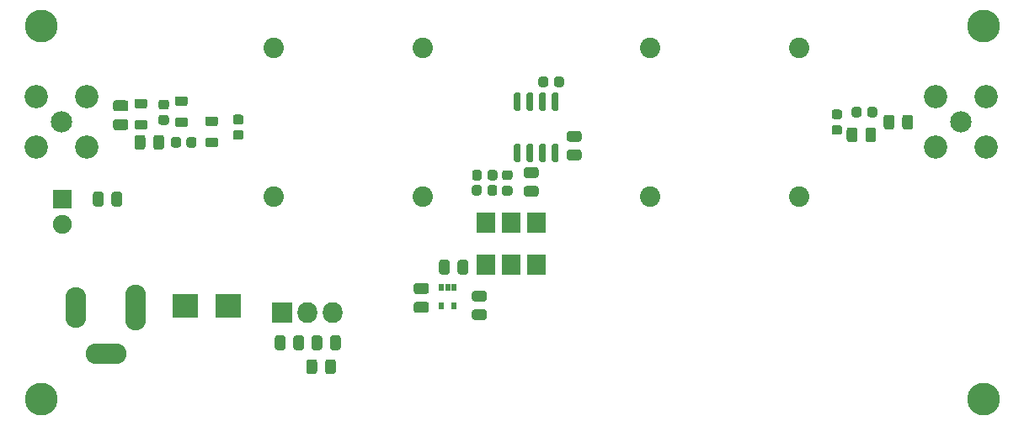
<source format=gts>
G04 #@! TF.GenerationSoftware,KiCad,Pcbnew,5.1.6-c6e7f7d~87~ubuntu19.10.1*
G04 #@! TF.CreationDate,2021-08-02T21:19:55-04:00*
G04 #@! TF.ProjectId,upconverter,7570636f-6e76-4657-9274-65722e6b6963,rev?*
G04 #@! TF.SameCoordinates,Original*
G04 #@! TF.FileFunction,Soldermask,Top*
G04 #@! TF.FilePolarity,Negative*
%FSLAX46Y46*%
G04 Gerber Fmt 4.6, Leading zero omitted, Abs format (unit mm)*
G04 Created by KiCad (PCBNEW 5.1.6-c6e7f7d~87~ubuntu19.10.1) date 2021-08-02 21:19:55*
%MOMM*%
%LPD*%
G01*
G04 APERTURE LIST*
%ADD10C,3.300000*%
%ADD11C,2.050000*%
%ADD12C,2.350000*%
%ADD13C,2.150000*%
%ADD14R,2.600000X2.400000*%
%ADD15R,1.900000X1.900000*%
%ADD16C,1.900000*%
%ADD17O,2.100000X4.600000*%
%ADD18O,2.100000X4.100000*%
%ADD19O,4.100000X2.100000*%
%ADD20R,2.005000X2.100000*%
%ADD21O,2.005000X2.100000*%
%ADD22R,0.500000X0.750000*%
%ADD23R,1.900000X2.100000*%
G04 APERTURE END LIST*
D10*
X139700000Y-104140000D03*
X44958000Y-104140000D03*
X139700000Y-66548000D03*
X44958000Y-66548000D03*
G36*
G01*
X83685000Y-93514000D02*
X82685000Y-93514000D01*
G75*
G02*
X82410000Y-93239000I0J275000D01*
G01*
X82410000Y-92689000D01*
G75*
G02*
X82685000Y-92414000I275000J0D01*
G01*
X83685000Y-92414000D01*
G75*
G02*
X83960000Y-92689000I0J-275000D01*
G01*
X83960000Y-93239000D01*
G75*
G02*
X83685000Y-93514000I-275000J0D01*
G01*
G37*
G36*
G01*
X83685000Y-95414000D02*
X82685000Y-95414000D01*
G75*
G02*
X82410000Y-95139000I0J275000D01*
G01*
X82410000Y-94589000D01*
G75*
G02*
X82685000Y-94314000I275000J0D01*
G01*
X83685000Y-94314000D01*
G75*
G02*
X83960000Y-94589000I0J-275000D01*
G01*
X83960000Y-95139000D01*
G75*
G02*
X83685000Y-95414000I-275000J0D01*
G01*
G37*
G36*
G01*
X57552000Y-74922000D02*
X57002000Y-74922000D01*
G75*
G02*
X56752000Y-74672000I0J250000D01*
G01*
X56752000Y-74172000D01*
G75*
G02*
X57002000Y-73922000I250000J0D01*
G01*
X57552000Y-73922000D01*
G75*
G02*
X57802000Y-74172000I0J-250000D01*
G01*
X57802000Y-74672000D01*
G75*
G02*
X57552000Y-74922000I-250000J0D01*
G01*
G37*
G36*
G01*
X57552000Y-76472000D02*
X57002000Y-76472000D01*
G75*
G02*
X56752000Y-76222000I0J250000D01*
G01*
X56752000Y-75722000D01*
G75*
G02*
X57002000Y-75472000I250000J0D01*
G01*
X57552000Y-75472000D01*
G75*
G02*
X57802000Y-75722000I0J-250000D01*
G01*
X57802000Y-76222000D01*
G75*
G02*
X57552000Y-76472000I-250000J0D01*
G01*
G37*
G36*
G01*
X54584750Y-75966500D02*
X55397250Y-75966500D01*
G75*
G02*
X55641000Y-76210250I0J-243750D01*
G01*
X55641000Y-76697750D01*
G75*
G02*
X55397250Y-76941500I-243750J0D01*
G01*
X54584750Y-76941500D01*
G75*
G02*
X54341000Y-76697750I0J243750D01*
G01*
X54341000Y-76210250D01*
G75*
G02*
X54584750Y-75966500I243750J0D01*
G01*
G37*
G36*
G01*
X54584750Y-73841500D02*
X55397250Y-73841500D01*
G75*
G02*
X55641000Y-74085250I0J-243750D01*
G01*
X55641000Y-74572750D01*
G75*
G02*
X55397250Y-74816500I-243750J0D01*
G01*
X54584750Y-74816500D01*
G75*
G02*
X54341000Y-74572750I0J243750D01*
G01*
X54341000Y-74085250D01*
G75*
G02*
X54584750Y-73841500I243750J0D01*
G01*
G37*
G36*
G01*
X58648750Y-75712500D02*
X59461250Y-75712500D01*
G75*
G02*
X59705000Y-75956250I0J-243750D01*
G01*
X59705000Y-76443750D01*
G75*
G02*
X59461250Y-76687500I-243750J0D01*
G01*
X58648750Y-76687500D01*
G75*
G02*
X58405000Y-76443750I0J243750D01*
G01*
X58405000Y-75956250D01*
G75*
G02*
X58648750Y-75712500I243750J0D01*
G01*
G37*
G36*
G01*
X58648750Y-73587500D02*
X59461250Y-73587500D01*
G75*
G02*
X59705000Y-73831250I0J-243750D01*
G01*
X59705000Y-74318750D01*
G75*
G02*
X59461250Y-74562500I-243750J0D01*
G01*
X58648750Y-74562500D01*
G75*
G02*
X58405000Y-74318750I0J243750D01*
G01*
X58405000Y-73831250D01*
G75*
G02*
X58648750Y-73587500I243750J0D01*
G01*
G37*
G36*
G01*
X61696750Y-77744500D02*
X62509250Y-77744500D01*
G75*
G02*
X62753000Y-77988250I0J-243750D01*
G01*
X62753000Y-78475750D01*
G75*
G02*
X62509250Y-78719500I-243750J0D01*
G01*
X61696750Y-78719500D01*
G75*
G02*
X61453000Y-78475750I0J243750D01*
G01*
X61453000Y-77988250D01*
G75*
G02*
X61696750Y-77744500I243750J0D01*
G01*
G37*
G36*
G01*
X61696750Y-75619500D02*
X62509250Y-75619500D01*
G75*
G02*
X62753000Y-75863250I0J-243750D01*
G01*
X62753000Y-76350750D01*
G75*
G02*
X62509250Y-76594500I-243750J0D01*
G01*
X61696750Y-76594500D01*
G75*
G02*
X61453000Y-76350750I0J243750D01*
G01*
X61453000Y-75863250D01*
G75*
G02*
X61696750Y-75619500I243750J0D01*
G01*
G37*
G36*
G01*
X52459000Y-75904000D02*
X53459000Y-75904000D01*
G75*
G02*
X53734000Y-76179000I0J-275000D01*
G01*
X53734000Y-76729000D01*
G75*
G02*
X53459000Y-77004000I-275000J0D01*
G01*
X52459000Y-77004000D01*
G75*
G02*
X52184000Y-76729000I0J275000D01*
G01*
X52184000Y-76179000D01*
G75*
G02*
X52459000Y-75904000I275000J0D01*
G01*
G37*
G36*
G01*
X52459000Y-74004000D02*
X53459000Y-74004000D01*
G75*
G02*
X53734000Y-74279000I0J-275000D01*
G01*
X53734000Y-74829000D01*
G75*
G02*
X53459000Y-75104000I-275000J0D01*
G01*
X52459000Y-75104000D01*
G75*
G02*
X52184000Y-74829000I0J275000D01*
G01*
X52184000Y-74279000D01*
G75*
G02*
X52459000Y-74004000I275000J0D01*
G01*
G37*
G36*
G01*
X59571000Y-78507000D02*
X59571000Y-77957000D01*
G75*
G02*
X59821000Y-77707000I250000J0D01*
G01*
X60321000Y-77707000D01*
G75*
G02*
X60571000Y-77957000I0J-250000D01*
G01*
X60571000Y-78507000D01*
G75*
G02*
X60321000Y-78757000I-250000J0D01*
G01*
X59821000Y-78757000D01*
G75*
G02*
X59571000Y-78507000I0J250000D01*
G01*
G37*
G36*
G01*
X58021000Y-78507000D02*
X58021000Y-77957000D01*
G75*
G02*
X58271000Y-77707000I250000J0D01*
G01*
X58771000Y-77707000D01*
G75*
G02*
X59021000Y-77957000I0J-250000D01*
G01*
X59021000Y-78507000D01*
G75*
G02*
X58771000Y-78757000I-250000J0D01*
G01*
X58271000Y-78757000D01*
G75*
G02*
X58021000Y-78507000I0J250000D01*
G01*
G37*
G36*
G01*
X64495000Y-76983000D02*
X65045000Y-76983000D01*
G75*
G02*
X65295000Y-77233000I0J-250000D01*
G01*
X65295000Y-77733000D01*
G75*
G02*
X65045000Y-77983000I-250000J0D01*
G01*
X64495000Y-77983000D01*
G75*
G02*
X64245000Y-77733000I0J250000D01*
G01*
X64245000Y-77233000D01*
G75*
G02*
X64495000Y-76983000I250000J0D01*
G01*
G37*
G36*
G01*
X64495000Y-75433000D02*
X65045000Y-75433000D01*
G75*
G02*
X65295000Y-75683000I0J-250000D01*
G01*
X65295000Y-76183000D01*
G75*
G02*
X65045000Y-76433000I-250000J0D01*
G01*
X64495000Y-76433000D01*
G75*
G02*
X64245000Y-76183000I0J250000D01*
G01*
X64245000Y-75683000D01*
G75*
G02*
X64495000Y-75433000I250000J0D01*
G01*
G37*
D11*
X68319000Y-68700000D03*
X68319000Y-83700000D03*
X83319000Y-68700000D03*
X83319000Y-83700000D03*
X106158000Y-68700000D03*
X106158000Y-83700000D03*
X121158000Y-68700000D03*
X121158000Y-83700000D03*
D12*
X49530000Y-73660000D03*
X49530000Y-78740000D03*
X44450000Y-78740000D03*
X44450000Y-73660000D03*
D13*
X46990000Y-76200000D03*
G36*
G01*
X68453500Y-98906250D02*
X68453500Y-97943750D01*
G75*
G02*
X68722250Y-97675000I268750J0D01*
G01*
X69259750Y-97675000D01*
G75*
G02*
X69528500Y-97943750I0J-268750D01*
G01*
X69528500Y-98906250D01*
G75*
G02*
X69259750Y-99175000I-268750J0D01*
G01*
X68722250Y-99175000D01*
G75*
G02*
X68453500Y-98906250I0J268750D01*
G01*
G37*
G36*
G01*
X70328500Y-98906250D02*
X70328500Y-97943750D01*
G75*
G02*
X70597250Y-97675000I268750J0D01*
G01*
X71134750Y-97675000D01*
G75*
G02*
X71403500Y-97943750I0J-268750D01*
G01*
X71403500Y-98906250D01*
G75*
G02*
X71134750Y-99175000I-268750J0D01*
G01*
X70597250Y-99175000D01*
G75*
G02*
X70328500Y-98906250I0J268750D01*
G01*
G37*
G36*
G01*
X129667500Y-76681250D02*
X129667500Y-75718750D01*
G75*
G02*
X129936250Y-75450000I268750J0D01*
G01*
X130473750Y-75450000D01*
G75*
G02*
X130742500Y-75718750I0J-268750D01*
G01*
X130742500Y-76681250D01*
G75*
G02*
X130473750Y-76950000I-268750J0D01*
G01*
X129936250Y-76950000D01*
G75*
G02*
X129667500Y-76681250I0J268750D01*
G01*
G37*
G36*
G01*
X131542500Y-76681250D02*
X131542500Y-75718750D01*
G75*
G02*
X131811250Y-75450000I268750J0D01*
G01*
X132348750Y-75450000D01*
G75*
G02*
X132617500Y-75718750I0J-268750D01*
G01*
X132617500Y-76681250D01*
G75*
G02*
X132348750Y-76950000I-268750J0D01*
G01*
X131811250Y-76950000D01*
G75*
G02*
X131542500Y-76681250I0J268750D01*
G01*
G37*
G36*
G01*
X129011500Y-74902750D02*
X129011500Y-75465250D01*
G75*
G02*
X128767750Y-75709000I-243750J0D01*
G01*
X128280250Y-75709000D01*
G75*
G02*
X128036500Y-75465250I0J243750D01*
G01*
X128036500Y-74902750D01*
G75*
G02*
X128280250Y-74659000I243750J0D01*
G01*
X128767750Y-74659000D01*
G75*
G02*
X129011500Y-74902750I0J-243750D01*
G01*
G37*
G36*
G01*
X127436500Y-74902750D02*
X127436500Y-75465250D01*
G75*
G02*
X127192750Y-75709000I-243750J0D01*
G01*
X126705250Y-75709000D01*
G75*
G02*
X126461500Y-75465250I0J243750D01*
G01*
X126461500Y-74902750D01*
G75*
G02*
X126705250Y-74659000I243750J0D01*
G01*
X127192750Y-74659000D01*
G75*
G02*
X127436500Y-74902750I0J-243750D01*
G01*
G37*
G36*
G01*
X73211500Y-97943750D02*
X73211500Y-98906250D01*
G75*
G02*
X72942750Y-99175000I-268750J0D01*
G01*
X72405250Y-99175000D01*
G75*
G02*
X72136500Y-98906250I0J268750D01*
G01*
X72136500Y-97943750D01*
G75*
G02*
X72405250Y-97675000I268750J0D01*
G01*
X72942750Y-97675000D01*
G75*
G02*
X73211500Y-97943750I0J-268750D01*
G01*
G37*
G36*
G01*
X75086500Y-97943750D02*
X75086500Y-98906250D01*
G75*
G02*
X74817750Y-99175000I-268750J0D01*
G01*
X74280250Y-99175000D01*
G75*
G02*
X74011500Y-98906250I0J268750D01*
G01*
X74011500Y-97943750D01*
G75*
G02*
X74280250Y-97675000I268750J0D01*
G01*
X74817750Y-97675000D01*
G75*
G02*
X75086500Y-97943750I0J-268750D01*
G01*
G37*
G36*
G01*
X125249250Y-75900000D02*
X124686750Y-75900000D01*
G75*
G02*
X124443000Y-75656250I0J243750D01*
G01*
X124443000Y-75168750D01*
G75*
G02*
X124686750Y-74925000I243750J0D01*
G01*
X125249250Y-74925000D01*
G75*
G02*
X125493000Y-75168750I0J-243750D01*
G01*
X125493000Y-75656250D01*
G75*
G02*
X125249250Y-75900000I-243750J0D01*
G01*
G37*
G36*
G01*
X125249250Y-77475000D02*
X124686750Y-77475000D01*
G75*
G02*
X124443000Y-77231250I0J243750D01*
G01*
X124443000Y-76743750D01*
G75*
G02*
X124686750Y-76500000I243750J0D01*
G01*
X125249250Y-76500000D01*
G75*
G02*
X125493000Y-76743750I0J-243750D01*
G01*
X125493000Y-77231250D01*
G75*
G02*
X125249250Y-77475000I-243750J0D01*
G01*
G37*
G36*
G01*
X74578500Y-100356750D02*
X74578500Y-101319250D01*
G75*
G02*
X74309750Y-101588000I-268750J0D01*
G01*
X73772250Y-101588000D01*
G75*
G02*
X73503500Y-101319250I0J268750D01*
G01*
X73503500Y-100356750D01*
G75*
G02*
X73772250Y-100088000I268750J0D01*
G01*
X74309750Y-100088000D01*
G75*
G02*
X74578500Y-100356750I0J-268750D01*
G01*
G37*
G36*
G01*
X72703500Y-100356750D02*
X72703500Y-101319250D01*
G75*
G02*
X72434750Y-101588000I-268750J0D01*
G01*
X71897250Y-101588000D01*
G75*
G02*
X71628500Y-101319250I0J268750D01*
G01*
X71628500Y-100356750D01*
G75*
G02*
X71897250Y-100088000I268750J0D01*
G01*
X72434750Y-100088000D01*
G75*
G02*
X72703500Y-100356750I0J-268750D01*
G01*
G37*
G36*
G01*
X86038500Y-90323750D02*
X86038500Y-91286250D01*
G75*
G02*
X85769750Y-91555000I-268750J0D01*
G01*
X85232250Y-91555000D01*
G75*
G02*
X84963500Y-91286250I0J268750D01*
G01*
X84963500Y-90323750D01*
G75*
G02*
X85232250Y-90055000I268750J0D01*
G01*
X85769750Y-90055000D01*
G75*
G02*
X86038500Y-90323750I0J-268750D01*
G01*
G37*
G36*
G01*
X87913500Y-90323750D02*
X87913500Y-91286250D01*
G75*
G02*
X87644750Y-91555000I-268750J0D01*
G01*
X87107250Y-91555000D01*
G75*
G02*
X86838500Y-91286250I0J268750D01*
G01*
X86838500Y-90323750D01*
G75*
G02*
X87107250Y-90055000I268750J0D01*
G01*
X87644750Y-90055000D01*
G75*
G02*
X87913500Y-90323750I0J-268750D01*
G01*
G37*
G36*
G01*
X97515500Y-71854750D02*
X97515500Y-72417250D01*
G75*
G02*
X97271750Y-72661000I-243750J0D01*
G01*
X96784250Y-72661000D01*
G75*
G02*
X96540500Y-72417250I0J243750D01*
G01*
X96540500Y-71854750D01*
G75*
G02*
X96784250Y-71611000I243750J0D01*
G01*
X97271750Y-71611000D01*
G75*
G02*
X97515500Y-71854750I0J-243750D01*
G01*
G37*
G36*
G01*
X95940500Y-71854750D02*
X95940500Y-72417250D01*
G75*
G02*
X95696750Y-72661000I-243750J0D01*
G01*
X95209250Y-72661000D01*
G75*
G02*
X94965500Y-72417250I0J243750D01*
G01*
X94965500Y-71854750D01*
G75*
G02*
X95209250Y-71611000I243750J0D01*
G01*
X95696750Y-71611000D01*
G75*
G02*
X95940500Y-71854750I0J-243750D01*
G01*
G37*
G36*
G01*
X89508250Y-96138500D02*
X88545750Y-96138500D01*
G75*
G02*
X88277000Y-95869750I0J268750D01*
G01*
X88277000Y-95332250D01*
G75*
G02*
X88545750Y-95063500I268750J0D01*
G01*
X89508250Y-95063500D01*
G75*
G02*
X89777000Y-95332250I0J-268750D01*
G01*
X89777000Y-95869750D01*
G75*
G02*
X89508250Y-96138500I-268750J0D01*
G01*
G37*
G36*
G01*
X89508250Y-94263500D02*
X88545750Y-94263500D01*
G75*
G02*
X88277000Y-93994750I0J268750D01*
G01*
X88277000Y-93457250D01*
G75*
G02*
X88545750Y-93188500I268750J0D01*
G01*
X89508250Y-93188500D01*
G75*
G02*
X89777000Y-93457250I0J-268750D01*
G01*
X89777000Y-93994750D01*
G75*
G02*
X89508250Y-94263500I-268750J0D01*
G01*
G37*
G36*
G01*
X55431500Y-77750750D02*
X55431500Y-78713250D01*
G75*
G02*
X55162750Y-78982000I-268750J0D01*
G01*
X54625250Y-78982000D01*
G75*
G02*
X54356500Y-78713250I0J268750D01*
G01*
X54356500Y-77750750D01*
G75*
G02*
X54625250Y-77482000I268750J0D01*
G01*
X55162750Y-77482000D01*
G75*
G02*
X55431500Y-77750750I0J-268750D01*
G01*
G37*
G36*
G01*
X57306500Y-77750750D02*
X57306500Y-78713250D01*
G75*
G02*
X57037750Y-78982000I-268750J0D01*
G01*
X56500250Y-78982000D01*
G75*
G02*
X56231500Y-78713250I0J268750D01*
G01*
X56231500Y-77750750D01*
G75*
G02*
X56500250Y-77482000I268750J0D01*
G01*
X57037750Y-77482000D01*
G75*
G02*
X57306500Y-77750750I0J-268750D01*
G01*
G37*
G36*
G01*
X98070750Y-77089500D02*
X99033250Y-77089500D01*
G75*
G02*
X99302000Y-77358250I0J-268750D01*
G01*
X99302000Y-77895750D01*
G75*
G02*
X99033250Y-78164500I-268750J0D01*
G01*
X98070750Y-78164500D01*
G75*
G02*
X97802000Y-77895750I0J268750D01*
G01*
X97802000Y-77358250D01*
G75*
G02*
X98070750Y-77089500I268750J0D01*
G01*
G37*
G36*
G01*
X98070750Y-78964500D02*
X99033250Y-78964500D01*
G75*
G02*
X99302000Y-79233250I0J-268750D01*
G01*
X99302000Y-79770750D01*
G75*
G02*
X99033250Y-80039500I-268750J0D01*
G01*
X98070750Y-80039500D01*
G75*
G02*
X97802000Y-79770750I0J268750D01*
G01*
X97802000Y-79233250D01*
G75*
G02*
X98070750Y-78964500I268750J0D01*
G01*
G37*
G36*
G01*
X94715250Y-81817500D02*
X93752750Y-81817500D01*
G75*
G02*
X93484000Y-81548750I0J268750D01*
G01*
X93484000Y-81011250D01*
G75*
G02*
X93752750Y-80742500I268750J0D01*
G01*
X94715250Y-80742500D01*
G75*
G02*
X94984000Y-81011250I0J-268750D01*
G01*
X94984000Y-81548750D01*
G75*
G02*
X94715250Y-81817500I-268750J0D01*
G01*
G37*
G36*
G01*
X94715250Y-83692500D02*
X93752750Y-83692500D01*
G75*
G02*
X93484000Y-83423750I0J268750D01*
G01*
X93484000Y-82886250D01*
G75*
G02*
X93752750Y-82617500I268750J0D01*
G01*
X94715250Y-82617500D01*
G75*
G02*
X94984000Y-82886250I0J-268750D01*
G01*
X94984000Y-83423750D01*
G75*
G02*
X94715250Y-83692500I-268750J0D01*
G01*
G37*
D14*
X63754000Y-94742000D03*
X59454000Y-94742000D03*
D15*
X47117000Y-83947000D03*
D16*
X47117000Y-86487000D03*
D17*
X54483000Y-94869000D03*
D18*
X48483000Y-94869000D03*
D19*
X51483000Y-99569000D03*
D13*
X137414000Y-76200000D03*
D12*
X134874000Y-73660000D03*
X134874000Y-78740000D03*
X139954000Y-78740000D03*
X139954000Y-73660000D03*
G36*
G01*
X128904500Y-76988750D02*
X128904500Y-77951250D01*
G75*
G02*
X128635750Y-78220000I-268750J0D01*
G01*
X128098250Y-78220000D01*
G75*
G02*
X127829500Y-77951250I0J268750D01*
G01*
X127829500Y-76988750D01*
G75*
G02*
X128098250Y-76720000I268750J0D01*
G01*
X128635750Y-76720000D01*
G75*
G02*
X128904500Y-76988750I0J-268750D01*
G01*
G37*
G36*
G01*
X127029500Y-76988750D02*
X127029500Y-77951250D01*
G75*
G02*
X126760750Y-78220000I-268750J0D01*
G01*
X126223250Y-78220000D01*
G75*
G02*
X125954500Y-77951250I0J268750D01*
G01*
X125954500Y-76988750D01*
G75*
G02*
X126223250Y-76720000I268750J0D01*
G01*
X126760750Y-76720000D01*
G75*
G02*
X127029500Y-76988750I0J-268750D01*
G01*
G37*
G36*
G01*
X50165500Y-84428250D02*
X50165500Y-83465750D01*
G75*
G02*
X50434250Y-83197000I268750J0D01*
G01*
X50971750Y-83197000D01*
G75*
G02*
X51240500Y-83465750I0J-268750D01*
G01*
X51240500Y-84428250D01*
G75*
G02*
X50971750Y-84697000I-268750J0D01*
G01*
X50434250Y-84697000D01*
G75*
G02*
X50165500Y-84428250I0J268750D01*
G01*
G37*
G36*
G01*
X52040500Y-84428250D02*
X52040500Y-83465750D01*
G75*
G02*
X52309250Y-83197000I268750J0D01*
G01*
X52846750Y-83197000D01*
G75*
G02*
X53115500Y-83465750I0J-268750D01*
G01*
X53115500Y-84428250D01*
G75*
G02*
X52846750Y-84697000I-268750J0D01*
G01*
X52309250Y-84697000D01*
G75*
G02*
X52040500Y-84428250I0J268750D01*
G01*
G37*
G36*
G01*
X88285500Y-81815250D02*
X88285500Y-81252750D01*
G75*
G02*
X88529250Y-81009000I243750J0D01*
G01*
X89016750Y-81009000D01*
G75*
G02*
X89260500Y-81252750I0J-243750D01*
G01*
X89260500Y-81815250D01*
G75*
G02*
X89016750Y-82059000I-243750J0D01*
G01*
X88529250Y-82059000D01*
G75*
G02*
X88285500Y-81815250I0J243750D01*
G01*
G37*
G36*
G01*
X89860500Y-81815250D02*
X89860500Y-81252750D01*
G75*
G02*
X90104250Y-81009000I243750J0D01*
G01*
X90591750Y-81009000D01*
G75*
G02*
X90835500Y-81252750I0J-243750D01*
G01*
X90835500Y-81815250D01*
G75*
G02*
X90591750Y-82059000I-243750J0D01*
G01*
X90104250Y-82059000D01*
G75*
G02*
X89860500Y-81815250I0J243750D01*
G01*
G37*
G36*
G01*
X89235000Y-82776750D02*
X89235000Y-83339250D01*
G75*
G02*
X88991250Y-83583000I-243750J0D01*
G01*
X88503750Y-83583000D01*
G75*
G02*
X88260000Y-83339250I0J243750D01*
G01*
X88260000Y-82776750D01*
G75*
G02*
X88503750Y-82533000I243750J0D01*
G01*
X88991250Y-82533000D01*
G75*
G02*
X89235000Y-82776750I0J-243750D01*
G01*
G37*
G36*
G01*
X90810000Y-82776750D02*
X90810000Y-83339250D01*
G75*
G02*
X90566250Y-83583000I-243750J0D01*
G01*
X90078750Y-83583000D01*
G75*
G02*
X89835000Y-83339250I0J243750D01*
G01*
X89835000Y-82776750D01*
G75*
G02*
X90078750Y-82533000I243750J0D01*
G01*
X90566250Y-82533000D01*
G75*
G02*
X90810000Y-82776750I0J-243750D01*
G01*
G37*
G36*
G01*
X92102250Y-83596500D02*
X91539750Y-83596500D01*
G75*
G02*
X91296000Y-83352750I0J243750D01*
G01*
X91296000Y-82865250D01*
G75*
G02*
X91539750Y-82621500I243750J0D01*
G01*
X92102250Y-82621500D01*
G75*
G02*
X92346000Y-82865250I0J-243750D01*
G01*
X92346000Y-83352750D01*
G75*
G02*
X92102250Y-83596500I-243750J0D01*
G01*
G37*
G36*
G01*
X92102250Y-82021500D02*
X91539750Y-82021500D01*
G75*
G02*
X91296000Y-81777750I0J243750D01*
G01*
X91296000Y-81290250D01*
G75*
G02*
X91539750Y-81046500I243750J0D01*
G01*
X92102250Y-81046500D01*
G75*
G02*
X92346000Y-81290250I0J-243750D01*
G01*
X92346000Y-81777750D01*
G75*
G02*
X92102250Y-82021500I-243750J0D01*
G01*
G37*
D20*
X69215000Y-95377000D03*
D21*
X71755000Y-95377000D03*
X74295000Y-95377000D03*
D22*
X86487000Y-92837000D03*
X85187000Y-92837000D03*
X85837000Y-92837000D03*
X85187000Y-94737000D03*
X86487000Y-94737000D03*
G36*
G01*
X96472000Y-73208000D02*
X96822000Y-73208000D01*
G75*
G02*
X96997000Y-73383000I0J-175000D01*
G01*
X96997000Y-74883000D01*
G75*
G02*
X96822000Y-75058000I-175000J0D01*
G01*
X96472000Y-75058000D01*
G75*
G02*
X96297000Y-74883000I0J175000D01*
G01*
X96297000Y-73383000D01*
G75*
G02*
X96472000Y-73208000I175000J0D01*
G01*
G37*
G36*
G01*
X95202000Y-73208000D02*
X95552000Y-73208000D01*
G75*
G02*
X95727000Y-73383000I0J-175000D01*
G01*
X95727000Y-74883000D01*
G75*
G02*
X95552000Y-75058000I-175000J0D01*
G01*
X95202000Y-75058000D01*
G75*
G02*
X95027000Y-74883000I0J175000D01*
G01*
X95027000Y-73383000D01*
G75*
G02*
X95202000Y-73208000I175000J0D01*
G01*
G37*
G36*
G01*
X93932000Y-73208000D02*
X94282000Y-73208000D01*
G75*
G02*
X94457000Y-73383000I0J-175000D01*
G01*
X94457000Y-74883000D01*
G75*
G02*
X94282000Y-75058000I-175000J0D01*
G01*
X93932000Y-75058000D01*
G75*
G02*
X93757000Y-74883000I0J175000D01*
G01*
X93757000Y-73383000D01*
G75*
G02*
X93932000Y-73208000I175000J0D01*
G01*
G37*
G36*
G01*
X92662000Y-73208000D02*
X93012000Y-73208000D01*
G75*
G02*
X93187000Y-73383000I0J-175000D01*
G01*
X93187000Y-74883000D01*
G75*
G02*
X93012000Y-75058000I-175000J0D01*
G01*
X92662000Y-75058000D01*
G75*
G02*
X92487000Y-74883000I0J175000D01*
G01*
X92487000Y-73383000D01*
G75*
G02*
X92662000Y-73208000I175000J0D01*
G01*
G37*
G36*
G01*
X92662000Y-78358000D02*
X93012000Y-78358000D01*
G75*
G02*
X93187000Y-78533000I0J-175000D01*
G01*
X93187000Y-80033000D01*
G75*
G02*
X93012000Y-80208000I-175000J0D01*
G01*
X92662000Y-80208000D01*
G75*
G02*
X92487000Y-80033000I0J175000D01*
G01*
X92487000Y-78533000D01*
G75*
G02*
X92662000Y-78358000I175000J0D01*
G01*
G37*
G36*
G01*
X93932000Y-78358000D02*
X94282000Y-78358000D01*
G75*
G02*
X94457000Y-78533000I0J-175000D01*
G01*
X94457000Y-80033000D01*
G75*
G02*
X94282000Y-80208000I-175000J0D01*
G01*
X93932000Y-80208000D01*
G75*
G02*
X93757000Y-80033000I0J175000D01*
G01*
X93757000Y-78533000D01*
G75*
G02*
X93932000Y-78358000I175000J0D01*
G01*
G37*
G36*
G01*
X95202000Y-78358000D02*
X95552000Y-78358000D01*
G75*
G02*
X95727000Y-78533000I0J-175000D01*
G01*
X95727000Y-80033000D01*
G75*
G02*
X95552000Y-80208000I-175000J0D01*
G01*
X95202000Y-80208000D01*
G75*
G02*
X95027000Y-80033000I0J175000D01*
G01*
X95027000Y-78533000D01*
G75*
G02*
X95202000Y-78358000I175000J0D01*
G01*
G37*
G36*
G01*
X96472000Y-78358000D02*
X96822000Y-78358000D01*
G75*
G02*
X96997000Y-78533000I0J-175000D01*
G01*
X96997000Y-80033000D01*
G75*
G02*
X96822000Y-80208000I-175000J0D01*
G01*
X96472000Y-80208000D01*
G75*
G02*
X96297000Y-80033000I0J175000D01*
G01*
X96297000Y-78533000D01*
G75*
G02*
X96472000Y-78358000I175000J0D01*
G01*
G37*
D23*
X92202000Y-90551000D03*
X92202000Y-86351000D03*
X94742000Y-90551000D03*
X89662000Y-90551000D03*
X89662000Y-86351000D03*
X94742000Y-86351000D03*
M02*

</source>
